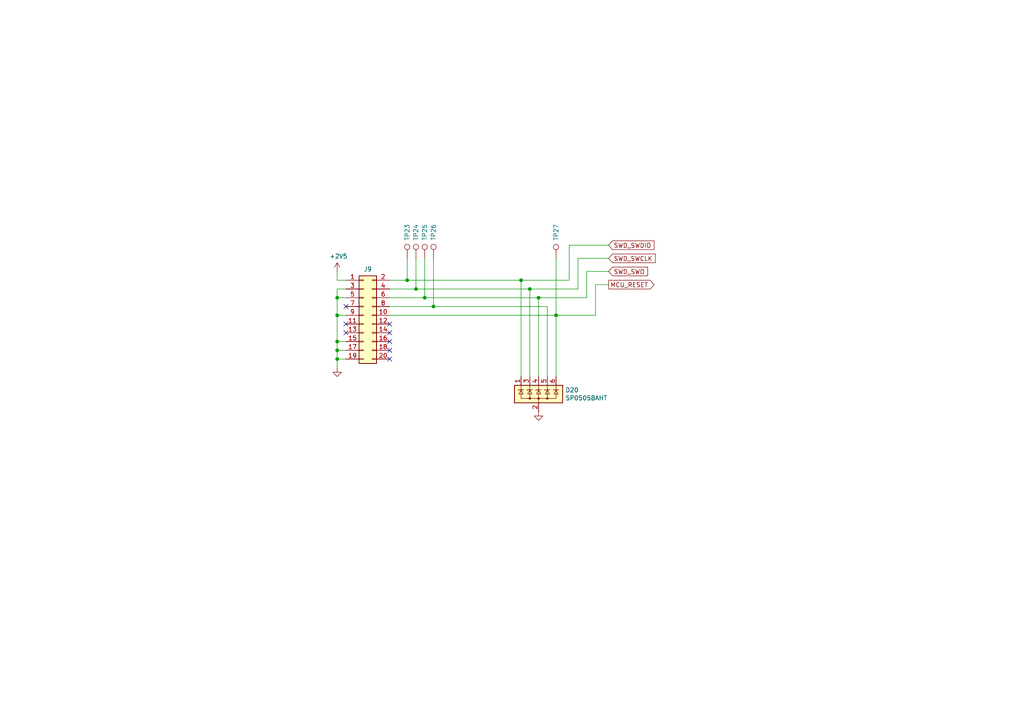
<source format=kicad_sch>
(kicad_sch (version 20211123) (generator eeschema)
  (paper "A4")
  (title_block (title "BitMasher - Debug") (date "2021-04-18") (rev "P2") (company "MeoWorkshop/Nyankichi Works"))
  (lib_symbols
    (symbol "Connector:TestPoint" (pin_numbers hide) (pin_names (offset 0.762) hide)
      (property "Reference" "TP" (at 0 6.858 0))
      (property "Value" "TestPoint" (at 0 5.08 0))
      (symbol "TestPoint_0_1"
        (circle (center 0 3.302) (radius 0.762))
      )
      (symbol "TestPoint_1_1"
        (pin passive line (at 0 0 90) (length 2.54) (name "1") (number "1"))
      )
    )
    (symbol "Connector_Generic:Conn_02x10_Odd_Even" (pin_names (offset 1.016) hide)
      (property "Reference" "J" (at 1.27 12.7 0))
      (property "Value" "Conn_02x10_Odd_Even" (at 1.27 -15.24 0))
      (symbol "Conn_02x10_Odd_Even_1_1"
        (rectangle (start -1.27 -12.573) (end 0 -12.827) (stroke (width 0.1524)))
        (rectangle (start -1.27 -10.033) (end 0 -10.287) (stroke (width 0.1524)))
        (rectangle (start -1.27 -7.493) (end 0 -7.747) (stroke (width 0.1524)))
        (rectangle (start -1.27 -4.953) (end 0 -5.207) (stroke (width 0.1524)))
        (rectangle (start -1.27 -2.413) (end 0 -2.667) (stroke (width 0.1524)))
        (rectangle (start -1.27 0.127) (end 0 -0.127) (stroke (width 0.1524)))
        (rectangle (start -1.27 2.667) (end 0 2.413) (stroke (width 0.1524)))
        (rectangle (start -1.27 5.207) (end 0 4.953) (stroke (width 0.1524)))
        (rectangle (start -1.27 7.747) (end 0 7.493) (stroke (width 0.1524)))
        (rectangle (start -1.27 10.287) (end 0 10.033) (stroke (width 0.1524)))
        (rectangle (start -1.27 11.43) (end 3.81 -13.97) (stroke (width 0.254)) (fill (type background)))
        (rectangle (start 3.81 -12.573) (end 2.54 -12.827) (stroke (width 0.1524)))
        (rectangle (start 3.81 -10.033) (end 2.54 -10.287) (stroke (width 0.1524)))
        (rectangle (start 3.81 -7.493) (end 2.54 -7.747) (stroke (width 0.1524)))
        (rectangle (start 3.81 -4.953) (end 2.54 -5.207) (stroke (width 0.1524)))
        (rectangle (start 3.81 -2.413) (end 2.54 -2.667) (stroke (width 0.1524)))
        (rectangle (start 3.81 0.127) (end 2.54 -0.127) (stroke (width 0.1524)))
        (rectangle (start 3.81 2.667) (end 2.54 2.413) (stroke (width 0.1524)))
        (rectangle (start 3.81 5.207) (end 2.54 4.953) (stroke (width 0.1524)))
        (rectangle (start 3.81 7.747) (end 2.54 7.493) (stroke (width 0.1524)))
        (rectangle (start 3.81 10.287) (end 2.54 10.033) (stroke (width 0.1524)))
        (pin passive line (at -5.08 10.16 0) (length 3.81) (name "Pin_1") (number "1"))
        (pin passive line (at 7.62 0 180) (length 3.81) (name "Pin_10") (number "10"))
        (pin passive line (at -5.08 -2.54 0) (length 3.81) (name "Pin_11") (number "11"))
        (pin passive line (at 7.62 -2.54 180) (length 3.81) (name "Pin_12") (number "12"))
        (pin passive line (at -5.08 -5.08 0) (length 3.81) (name "Pin_13") (number "13"))
        (pin passive line (at 7.62 -5.08 180) (length 3.81) (name "Pin_14") (number "14"))
        (pin passive line (at -5.08 -7.62 0) (length 3.81) (name "Pin_15") (number "15"))
        (pin passive line (at 7.62 -7.62 180) (length 3.81) (name "Pin_16") (number "16"))
        (pin passive line (at -5.08 -10.16 0) (length 3.81) (name "Pin_17") (number "17"))
        (pin passive line (at 7.62 -10.16 180) (length 3.81) (name "Pin_18") (number "18"))
        (pin passive line (at -5.08 -12.7 0) (length 3.81) (name "Pin_19") (number "19"))
        (pin passive line (at 7.62 10.16 180) (length 3.81) (name "Pin_2") (number "2"))
        (pin passive line (at 7.62 -12.7 180) (length 3.81) (name "Pin_20") (number "20"))
        (pin passive line (at -5.08 7.62 0) (length 3.81) (name "Pin_3") (number "3"))
        (pin passive line (at 7.62 7.62 180) (length 3.81) (name "Pin_4") (number "4"))
        (pin passive line (at -5.08 5.08 0) (length 3.81) (name "Pin_5") (number "5"))
        (pin passive line (at 7.62 5.08 180) (length 3.81) (name "Pin_6") (number "6"))
        (pin passive line (at -5.08 2.54 0) (length 3.81) (name "Pin_7") (number "7"))
        (pin passive line (at 7.62 2.54 180) (length 3.81) (name "Pin_8") (number "8"))
        (pin passive line (at -5.08 0 0) (length 3.81) (name "Pin_9") (number "9"))
      )
    )
    (symbol "Power_Protection:SP0505BAHT" (pin_names hide)
      (property "Reference" "D" (at 7.62 2.54 0))
      (property "Value" "SP0505BAHT" (at 7.62 0.635 0))
      (symbol "SP0505BAHT_0_0"
        (pin passive line (at 0 -5.08 90) (length 2.54) (name "A") (number "2"))
      )
      (symbol "SP0505BAHT_0_1"
        (rectangle (start -6.985 2.54) (end 6.985 -2.54) (stroke (width 0.254)) (fill (type background)))
        (circle (center -2.54 -1.27) (radius 0.254) (fill (type outline)))
        (circle (center 0 -1.27) (radius 0.254) (fill (type outline)))
        (polyline (pts (xy -5.08 2.54) (xy -5.08 1.27)))
        (polyline (pts (xy -2.54 2.54) (xy -2.54 1.27)))
        (polyline (pts (xy 0 -1.27) (xy 0 -2.54)))
        (polyline (pts (xy 0 -1.27) (xy 0 1.27)))
        (polyline (pts (xy 0 2.54) (xy 0 1.27)))
        (polyline (pts (xy 0.635 1.27) (xy 0.762 1.27)))
        (polyline (pts (xy 2.54 2.54) (xy 2.54 1.27)))
        (polyline (pts (xy 5.08 2.54) (xy 5.08 1.27)))
        (polyline (pts (xy -5.08 1.27) (xy -5.08 -1.27) (xy -2.54 -1.27)))
        (polyline (pts (xy 0.635 1.27) (xy -0.762 1.27) (xy -0.762 1.016)))
        (polyline (pts (xy 5.08 1.27) (xy 5.08 -1.27) (xy 2.54 -1.27)))
        (polyline (pts (xy -5.842 1.016) (xy -5.842 1.27) (xy -4.445 1.27) (xy -4.318 1.27)))
        (polyline (pts (xy -5.08 1.27) (xy -4.445 0) (xy -5.715 0) (xy -5.08 1.27)))
        (polyline (pts (xy -3.302 1.016) (xy -3.302 1.27) (xy -1.905 1.27) (xy -1.778 1.27)))
        (polyline (pts (xy -2.54 1.27) (xy -2.54 -1.27) (xy 2.54 -1.27) (xy 2.54 1.27)))
        (polyline (pts (xy -2.54 1.27) (xy -1.905 0) (xy -3.175 0) (xy -2.54 1.27)))
        (polyline (pts (xy 0.635 0) (xy -0.635 0) (xy 0 1.27) (xy 0.635 0)))
        (polyline (pts (xy 1.778 1.016) (xy 1.778 1.27) (xy 3.175 1.27) (xy 3.302 1.27)))
        (polyline (pts (xy 2.54 1.27) (xy 1.905 0) (xy 3.175 0) (xy 2.54 1.27)))
        (polyline (pts (xy 4.318 1.016) (xy 4.318 1.27) (xy 5.715 1.27) (xy 5.842 1.27)))
        (polyline (pts (xy 5.08 1.27) (xy 4.445 0) (xy 5.715 0) (xy 5.08 1.27)))
        (circle (center 2.54 -1.27) (radius 0.254) (fill (type outline)))
      )
      (symbol "SP0505BAHT_1_1"
        (pin passive line (at -5.08 5.08 270) (length 2.54) (name "K") (number "1"))
        (pin passive line (at -2.54 5.08 270) (length 2.54) (name "K") (number "3"))
        (pin passive line (at 0 5.08 270) (length 2.54) (name "K") (number "4"))
        (pin passive line (at 2.54 5.08 270) (length 2.54) (name "K") (number "5"))
        (pin passive line (at 5.08 5.08 270) (length 2.54) (name "K") (number "6"))
      )
    )
    (symbol "power:+2V5" (power) (pin_names (offset 0))
      (property "Value" "+2V5" (at 0 3.556 0))
      (symbol "+2V5_0_1"
        (polyline (pts (xy -0.762 1.27) (xy 0 2.54)))
        (polyline (pts (xy 0 0) (xy 0 2.54)))
        (polyline (pts (xy 0 2.54) (xy 0.762 1.27)))
      )
      (symbol "+2V5_1_1"
        (pin power_in line (at 0 0 90) (length 0) hide (name "+2V5") (number "1"))
      )
    )
    (symbol "power:GND" (power) (pin_names (offset 0))
      (property "Value" "GND" (at 0 -3.81 0))
      (symbol "GND_0_1"
        (polyline (pts (xy 0 0) (xy 0 -1.27) (xy 1.27 -1.27) (xy 0 -2.54) (xy -1.27 -1.27) (xy 0 -1.27)))
      )
      (symbol "GND_1_1"
        (pin power_in line (at 0 0 270) (length 0) hide (name "GND") (number "1"))
      )
    )
  )
  (junction (at 97.79 86.36))
  (junction (at 97.79 91.44))
  (junction (at 153.67 83.82))
  (junction (at 123.19 86.36))
  (junction (at 118.11 81.28))
  (junction (at 120.65 83.82))
  (junction (at 97.79 101.6))
  (junction (at 97.79 104.14))
  (junction (at 161.29 91.44))
  (junction (at 125.73 88.9))
  (junction (at 156.21 86.36))
  (junction (at 97.79 99.06))
  (junction (at 151.13 81.28))
  (no_connect (at 113.03 96.52))
  (no_connect (at 100.33 88.9))
  (no_connect (at 100.33 96.52))
  (no_connect (at 100.33 93.98))
  (no_connect (at 113.03 99.06))
  (no_connect (at 113.03 101.6))
  (no_connect (at 113.03 93.98))
  (no_connect (at 113.03 104.14))
  (wire (pts (xy 97.79 83.82) (xy 97.79 86.36)))
  (wire (pts (xy 100.33 101.6) (xy 97.79 101.6)))
  (wire (pts (xy 113.03 81.28) (xy 118.11 81.28)))
  (wire (pts (xy 97.79 99.06) (xy 97.79 101.6)))
  (wire (pts (xy 156.21 86.36) (xy 170.18 86.36)))
  (wire (pts (xy 113.03 86.36) (xy 123.19 86.36)))
  (wire (pts (xy 167.64 74.93) (xy 176.53 74.93)))
  (wire (pts (xy 167.64 83.82) (xy 167.64 74.93)))
  (wire (pts (xy 123.19 86.36) (xy 156.21 86.36)))
  (wire (pts (xy 170.18 86.36) (xy 170.18 78.74)))
  (wire (pts (xy 161.29 109.22) (xy 161.29 91.44)))
  (wire (pts (xy 161.29 91.44) (xy 172.72 91.44)))
  (wire (pts (xy 97.79 81.28) (xy 100.33 81.28)))
  (wire (pts (xy 172.72 91.44) (xy 172.72 82.55)))
  (wire (pts (xy 156.21 109.22) (xy 156.21 86.36)))
  (wire (pts (xy 113.03 91.44) (xy 161.29 91.44)))
  (wire (pts (xy 170.18 78.74) (xy 176.53 78.74)))
  (wire (pts (xy 100.33 86.36) (xy 97.79 86.36)))
  (wire (pts (xy 165.1 71.12) (xy 176.53 71.12)))
  (wire (pts (xy 97.79 86.36) (xy 97.79 91.44)))
  (wire (pts (xy 100.33 99.06) (xy 97.79 99.06)))
  (wire (pts (xy 151.13 109.22) (xy 151.13 81.28)))
  (wire (pts (xy 118.11 74.93) (xy 118.11 81.28)))
  (wire (pts (xy 97.79 91.44) (xy 97.79 99.06)))
  (wire (pts (xy 123.19 74.93) (xy 123.19 86.36)))
  (wire (pts (xy 120.65 74.93) (xy 120.65 83.82)))
  (wire (pts (xy 158.75 109.22) (xy 158.75 88.9)))
  (wire (pts (xy 100.33 91.44) (xy 97.79 91.44)))
  (wire (pts (xy 97.79 104.14) (xy 97.79 106.68)))
  (wire (pts (xy 113.03 83.82) (xy 120.65 83.82)))
  (wire (pts (xy 100.33 104.14) (xy 97.79 104.14)))
  (wire (pts (xy 97.79 78.74) (xy 97.79 81.28)))
  (wire (pts (xy 172.72 82.55) (xy 176.53 82.55)))
  (wire (pts (xy 151.13 81.28) (xy 165.1 81.28)))
  (wire (pts (xy 120.65 83.82) (xy 153.67 83.82)))
  (wire (pts (xy 118.11 81.28) (xy 151.13 81.28)))
  (wire (pts (xy 165.1 81.28) (xy 165.1 71.12)))
  (wire (pts (xy 153.67 83.82) (xy 167.64 83.82)))
  (wire (pts (xy 125.73 88.9) (xy 158.75 88.9)))
  (wire (pts (xy 97.79 101.6) (xy 97.79 104.14)))
  (wire (pts (xy 125.73 74.93) (xy 125.73 88.9)))
  (wire (pts (xy 153.67 109.22) (xy 153.67 83.82)))
  (wire (pts (xy 161.29 91.44) (xy 161.29 74.93)))
  (wire (pts (xy 100.33 83.82) (xy 97.79 83.82)))
  (wire (pts (xy 113.03 88.9) (xy 125.73 88.9)))
  (global_label "SWD_SWO" (shape input) (at 176.53 78.74 0) (property "Intersheet References" "${INTERSHEET_REFS}" (effects hide)))
  (global_label "SWD_SWDIO" (shape input) (at 176.53 71.12 0) (property "Intersheet References" "${INTERSHEET_REFS}" (effects hide)))
  (global_label "MCU_RESET" (shape output) (at 176.53 82.55 0) (property "Intersheet References" "${INTERSHEET_REFS}" (effects hide)))
  (global_label "SWD_SWCLK" (shape input) (at 176.53 74.93 0) (property "Intersheet References" "${INTERSHEET_REFS}" (effects hide)))
  (symbol (lib_id "Connector_Generic:Conn_02x10_Odd_Even") (at 105.41 91.44 0) (unit 1)
    (property "Reference" "J9" (at 106.68 78.105 0))
    (property "Value" "Conn_02x10_Odd_Even" (effects hide))
    (property "Footprint" "Connector_PinHeader_1.27mm:PinHeader_2x10_P1.27mm_Vertical_SMD" (effects hide))
    (property "Digikey PN" "SAM12603-ND" (effects hide))
  )
  (symbol (lib_id "power:+2V5") (at 97.79 78.74 0) (unit 1)
    (property "Reference" "#PWR095" (effects hide))
    (property "Value" "+2V5" (at 98.171 74.3458 0))
  )
  (symbol (lib_id "power:GND") (at 97.79 106.68 0) (unit 1)
    (property "Reference" "#PWR096" (effects hide))
    (property "Value" "GND" (effects hide))
  )
  (symbol (lib_id "Power_Protection:SP0505BAHT") (at 156.21 114.3 0) (unit 1)
    (property "Reference" "D20" (at 163.957 113.1316 0) (effects (justify left)))
    (property "Value" "SP0505BAHT" (at 163.957 115.443 0) (effects (justify left)))
    (property "Footprint" "Package_TO_SOT_SMD:SOT-23-6" (effects hide))
    (property "Datasheet" "http://www.littelfuse.com/~/media/files/littelfuse/technical%20resources/documents/data%20sheets/sp05xxba.pdf" (effects hide))
  )
  (symbol (lib_id "Connector:TestPoint") (at 161.29 74.93 0) (unit 1)
    (property "Reference" "TP27" (at 161.29 69.85 90) (effects (justify left)))
    (property "Value" "TestPoint" (effects hide))
    (property "Footprint" "TestPoint:TestPoint_Pad_D2.0mm" (effects hide))
  )
  (symbol (lib_id "Connector:TestPoint") (at 118.11 74.93 0) (unit 1)
    (property "Reference" "TP23" (at 118.11 69.85 90) (effects (justify left)))
    (property "Value" "TestPoint" (effects hide))
    (property "Footprint" "TestPoint:TestPoint_Pad_D2.0mm" (effects hide))
  )
  (symbol (lib_id "Connector:TestPoint") (at 120.65 74.93 0) (unit 1)
    (property "Reference" "TP24" (at 120.65 69.85 90) (effects (justify left)))
    (property "Value" "TestPoint" (effects hide))
    (property "Footprint" "TestPoint:TestPoint_Pad_D2.0mm" (effects hide))
  )
  (symbol (lib_id "Connector:TestPoint") (at 123.19 74.93 0) (unit 1)
    (property "Reference" "TP25" (at 123.19 69.85 90) (effects (justify left)))
    (property "Value" "TestPoint" (effects hide))
    (property "Footprint" "TestPoint:TestPoint_Pad_D2.0mm" (effects hide))
  )
  (symbol (lib_id "power:GND") (at 156.21 119.38 0) (unit 1)
    (property "Reference" "#PWR097" (effects hide))
    (property "Value" "GND" (effects hide))
  )
  (symbol (lib_id "Connector:TestPoint") (at 125.73 74.93 0) (unit 1)
    (property "Reference" "TP26" (at 125.73 69.85 90) (effects (justify left)))
    (property "Value" "TestPoint" (effects hide))
    (property "Footprint" "TestPoint:TestPoint_Pad_D2.0mm" (effects hide))
  )
)
</source>
